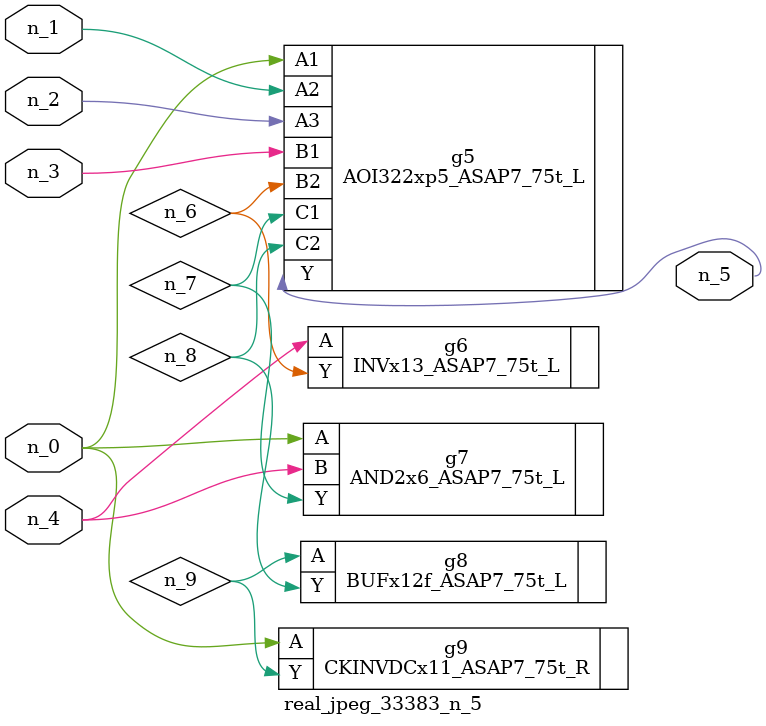
<source format=v>
module real_jpeg_33383_n_5 (n_4, n_0, n_1, n_2, n_3, n_5);

input n_4;
input n_0;
input n_1;
input n_2;
input n_3;

output n_5;

wire n_8;
wire n_6;
wire n_7;
wire n_9;

AOI322xp5_ASAP7_75t_L g5 ( 
.A1(n_0),
.A2(n_1),
.A3(n_2),
.B1(n_3),
.B2(n_6),
.C1(n_7),
.C2(n_8),
.Y(n_5)
);

AND2x6_ASAP7_75t_L g7 ( 
.A(n_0),
.B(n_4),
.Y(n_7)
);

CKINVDCx11_ASAP7_75t_R g9 ( 
.A(n_0),
.Y(n_9)
);

INVx13_ASAP7_75t_L g6 ( 
.A(n_4),
.Y(n_6)
);

BUFx12f_ASAP7_75t_L g8 ( 
.A(n_9),
.Y(n_8)
);


endmodule
</source>
